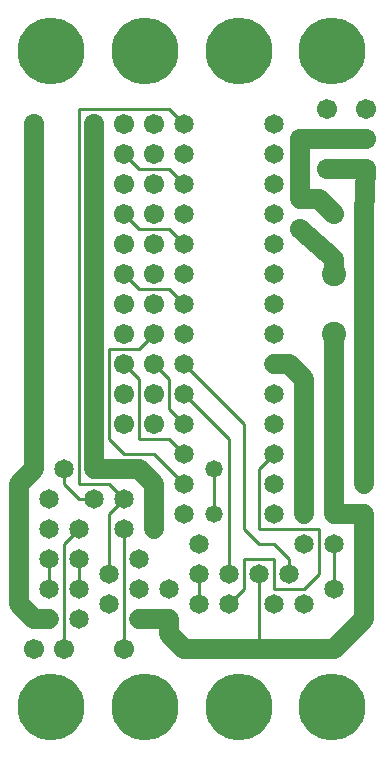
<source format=gtl>
%MOIN*%
%FSLAX25Y25*%
G04 D10 used for Character Trace; *
G04     Circle (OD=.01000) (No hole)*
G04 D11 used for Power Trace; *
G04     Circle (OD=.06700) (No hole)*
G04 D12 used for Signal Trace; *
G04     Circle (OD=.01100) (No hole)*
G04 D13 used for Via; *
G04     Circle (OD=.05800) (Round. Hole ID=.02800)*
G04 D14 used for Component hole; *
G04     Circle (OD=.06500) (Round. Hole ID=.03500)*
G04 D15 used for Component hole; *
G04     Circle (OD=.06700) (Round. Hole ID=.04300)*
G04 D16 used for Component hole; *
G04     Circle (OD=.08100) (Round. Hole ID=.05100)*
G04 D17 used for Component hole; *
G04     Circle (OD=.08900) (Round. Hole ID=.05900)*
G04 D18 used for Component hole; *
G04     Circle (OD=.11300) (Round. Hole ID=.08300)*
G04 D19 used for Component hole; *
G04     Circle (OD=.16000) (Round. Hole ID=.13000)*
G04 D20 used for Component hole; *
G04     Circle (OD=.18300) (Round. Hole ID=.15300)*
G04 D21 used for Component hole; *
G04     Circle (OD=.22291) (Round. Hole ID=.19291)*
%ADD10C,.01000*%
%ADD11C,.06700*%
%ADD12C,.01100*%
%ADD13C,.05800*%
%ADD14C,.06500*%
%ADD15C,.06700*%
%ADD16C,.08100*%
%ADD17C,.08900*%
%ADD18C,.11300*%
%ADD19C,.16000*%
%ADD20C,.18300*%
%ADD21C,.22291*%
%IPPOS*%
%LPD*%
G90*X0Y0D02*D21*X15625Y15625D03*D15*              
X20000Y35000D03*D12*Y70000D01*X25000Y75000D01*D14*
D03*X15000Y85000D03*Y65000D03*D12*Y55000D01*D14*  
D03*X25000Y45000D03*Y65000D03*D12*Y55000D01*D14*  
D03*X15000Y45000D03*D11*X10000D01*X5000Y50000D01* 
Y90000D01*X10000Y95000D01*D14*D03*D11*Y110000D01* 
D15*D03*D11*Y120000D01*D15*D03*D11*Y130000D01*D15*
D03*D11*Y140000D01*D15*D03*D11*Y150000D01*D15*D03*
D11*Y160000D01*D15*D03*D11*Y170000D01*D15*D03*D11*
Y180000D01*D15*D03*D11*Y190000D01*D15*D03*D11*    
Y200000D01*D15*D03*D11*Y210000D01*D15*D03*D12*    
X25000Y90000D02*Y215000D01*Y90000D02*X35000D01*   
X40000Y85000D01*D14*D03*D12*X35000Y80000D01*      
Y60000D01*D14*D03*X45000Y55000D03*X35000Y50000D03*
X45000Y65000D03*X50000Y75000D03*D11*Y90000D01*    
X45000Y95000D01*X40000D01*D14*D03*D11*X30000D01*  
D14*D03*D11*Y110000D01*D15*D03*D11*Y120000D01*D15*
D03*D11*Y130000D01*D15*D03*D11*Y140000D01*D15*D03*
D11*Y150000D01*D15*D03*D11*Y160000D01*D15*D03*D11*
Y170000D01*D15*D03*D11*Y180000D01*D15*D03*D11*    
Y190000D01*D15*D03*D11*Y200000D01*D15*D03*D11*    
Y210000D01*D15*D03*D12*X25000Y215000D02*X55000D01*
X60000Y210000D01*D14*D03*D15*X50000Y200000D03*    
Y210000D03*D14*X60000Y200000D03*D12*              
X45000Y195000D02*X55000D01*X60000Y190000D01*D14*  
D03*D15*X50000Y180000D03*Y190000D03*D14*          
X60000Y180000D03*D12*X45000Y175000D02*X55000D01*  
X60000Y170000D01*D14*D03*D15*X50000Y160000D03*    
Y170000D03*D14*X60000Y160000D03*D12*              
X45000Y155000D02*X55000D01*X60000Y150000D01*D14*  
D03*D15*X50000Y140000D03*D12*X45000Y135000D01*    
X35000D01*Y105000D01*X40000Y100000D01*X50000D01*  
X60000Y90000D01*D14*D03*D13*X70000Y80000D03*D12*  
Y95000D01*D13*D03*D12*X75000Y60000D02*Y105000D01* 
D14*Y60000D03*D12*Y50000D02*X80000Y55000D01*D14*  
X75000Y50000D03*D12*X80000Y55000D02*Y65000D01*    
X90000D01*Y55000D01*X100000D01*X105000Y60000D01*  
Y75000D01*X85000D01*Y95000D01*X90000Y100000D01*   
D14*D03*D15*X100000Y110000D03*D11*Y80000D01*D14*  
D03*X110000Y70000D03*D12*Y55000D01*D14*D03*D11*   
Y35000D02*X120000Y45000D01*X85000Y35000D02*       
X110000D01*X60000D02*X85000D01*D15*X60000D03*D11* 
X55000Y40000D01*Y45000D01*D14*D03*D11*X45000D01*  
D13*D03*D14*X55000Y55000D03*D15*X40000Y35000D03*  
D12*Y75000D01*D14*D03*X30000Y85000D03*D12*        
X25000D01*X20000Y90000D01*Y95000D01*D14*D03*      
X15000Y75000D03*D15*X40000Y110000D03*Y120000D03*  
D12*X45000Y105000D02*X55000D01*X60000Y100000D01*  
D14*D03*D15*X50000Y110000D03*D14*X60000D03*D12*   
X55000Y115000D01*Y125000D01*X50000Y130000D01*D15* 
D03*D12*X45000Y105000D02*Y125000D01*D14*          
X60000Y120000D03*D12*X75000Y105000D01*            
X80000Y75000D02*Y110000D01*X85000Y70000D02*       
X80000Y75000D01*X85000Y70000D02*X90000D01*        
X95000Y65000D01*Y60000D01*D14*D03*                
X100000Y70000D03*X90000Y50000D03*X85000Y60000D03* 
D12*Y35000D01*D14*X100000Y50000D03*X65000D03*D12* 
Y60000D01*D14*D03*Y70000D03*X60000Y80000D03*      
X90000D03*Y90000D03*D21*X109375Y15625D03*         
X46875D03*X78125D03*D11*X110000Y80000D02*         
X120000D01*D14*D03*D11*Y55000D01*D14*D03*D11*     
Y45000D01*X110000Y80000D02*Y90000D01*D14*D03*D11* 
Y100000D01*D15*D03*D11*Y120000D01*D15*D03*D11*    
Y140000D01*D16*D03*D11*X100000Y110000D02*         
Y125000D01*D14*X90000Y120000D03*Y110000D03*D11*   
X100000Y125000D02*X95000Y130000D01*X90000D01*D14* 
D03*Y140000D03*D12*X80000Y110000D02*              
X60000Y130000D01*D14*D03*D15*X50000Y120000D03*D14*
X60000Y140000D03*D12*X45000Y125000D02*            
X40000Y130000D01*D15*D03*Y140000D03*              
X50000Y150000D03*X40000D03*D12*X45000Y155000D02*  
X40000Y160000D01*D15*D03*Y170000D03*D12*          
X45000Y175000D02*X40000Y180000D01*D15*D03*        
Y190000D03*D12*X45000Y195000D02*X40000Y200000D01* 
D15*D03*Y210000D03*D21*X46875Y234375D03*X15625D03*
X78125D03*D14*X90000Y150000D03*Y160000D03*        
Y170000D03*Y180000D03*Y190000D03*Y200000D03*      
Y210000D03*D15*X98500Y175000D03*D11*              
X110000Y165000D01*Y160000D01*D16*D03*D15*         
X120000Y180000D03*D11*Y110000D01*D15*D03*D11*     
Y100000D01*D15*D03*D11*Y90000D01*D14*D03*D11*     
Y180000D02*X120500Y195000D01*D15*D03*D11*         
X107500D01*D15*D03*X120500Y205000D03*D11*         
X107500D01*D15*D03*D11*X98500D01*D15*D03*D11*     
Y185000D01*D13*D03*D11*X105000D01*                
X110000Y180000D01*D15*D03*X120500Y215000D03*      
X107500D03*D21*X109375Y234375D03*D15*             
X10000Y35000D03*M02*                              

</source>
